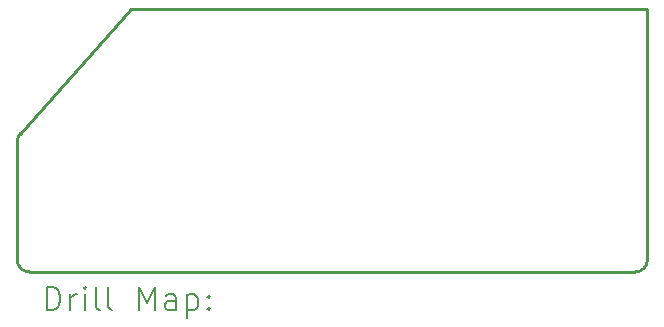
<source format=gbr>
%TF.GenerationSoftware,KiCad,Pcbnew,7.0.9*%
%TF.CreationDate,2024-04-07T02:28:51-04:00*%
%TF.ProjectId,rearbox_peripheral_io_top,72656172-626f-4785-9f70-657269706865,rev?*%
%TF.SameCoordinates,Original*%
%TF.FileFunction,Drillmap*%
%TF.FilePolarity,Positive*%
%FSLAX45Y45*%
G04 Gerber Fmt 4.5, Leading zero omitted, Abs format (unit mm)*
G04 Created by KiCad (PCBNEW 7.0.9) date 2024-04-07 02:28:51*
%MOMM*%
%LPD*%
G01*
G04 APERTURE LIST*
%ADD10C,0.250000*%
%ADD11C,0.200000*%
G04 APERTURE END LIST*
D10*
X12928600Y-7367600D02*
X12928600Y-5245100D01*
X12828600Y-7467600D02*
G75*
G03*
X12928600Y-7367600I0J100000D01*
G01*
X8559800Y-5245100D02*
X7620271Y-6296077D01*
X7594600Y-7367600D02*
G75*
G03*
X7694600Y-7467600I100000J0D01*
G01*
X12578600Y-7467600D02*
X7694600Y-7467600D01*
X12928600Y-5245100D02*
X8559800Y-5245100D01*
X7620269Y-6296075D02*
G75*
G03*
X7594600Y-6362974I74331J-66895D01*
G01*
X12828600Y-7467600D02*
X12578600Y-7467600D01*
X7594600Y-7367600D02*
X7594600Y-6362974D01*
D11*
X7842877Y-7791584D02*
X7842877Y-7591584D01*
X7842877Y-7591584D02*
X7890496Y-7591584D01*
X7890496Y-7591584D02*
X7919067Y-7601108D01*
X7919067Y-7601108D02*
X7938115Y-7620155D01*
X7938115Y-7620155D02*
X7947639Y-7639203D01*
X7947639Y-7639203D02*
X7957162Y-7677298D01*
X7957162Y-7677298D02*
X7957162Y-7705869D01*
X7957162Y-7705869D02*
X7947639Y-7743965D01*
X7947639Y-7743965D02*
X7938115Y-7763012D01*
X7938115Y-7763012D02*
X7919067Y-7782060D01*
X7919067Y-7782060D02*
X7890496Y-7791584D01*
X7890496Y-7791584D02*
X7842877Y-7791584D01*
X8042877Y-7791584D02*
X8042877Y-7658250D01*
X8042877Y-7696346D02*
X8052401Y-7677298D01*
X8052401Y-7677298D02*
X8061924Y-7667774D01*
X8061924Y-7667774D02*
X8080972Y-7658250D01*
X8080972Y-7658250D02*
X8100020Y-7658250D01*
X8166686Y-7791584D02*
X8166686Y-7658250D01*
X8166686Y-7591584D02*
X8157162Y-7601108D01*
X8157162Y-7601108D02*
X8166686Y-7610631D01*
X8166686Y-7610631D02*
X8176210Y-7601108D01*
X8176210Y-7601108D02*
X8166686Y-7591584D01*
X8166686Y-7591584D02*
X8166686Y-7610631D01*
X8290496Y-7791584D02*
X8271448Y-7782060D01*
X8271448Y-7782060D02*
X8261924Y-7763012D01*
X8261924Y-7763012D02*
X8261924Y-7591584D01*
X8395258Y-7791584D02*
X8376210Y-7782060D01*
X8376210Y-7782060D02*
X8366686Y-7763012D01*
X8366686Y-7763012D02*
X8366686Y-7591584D01*
X8623829Y-7791584D02*
X8623829Y-7591584D01*
X8623829Y-7591584D02*
X8690496Y-7734441D01*
X8690496Y-7734441D02*
X8757163Y-7591584D01*
X8757163Y-7591584D02*
X8757163Y-7791584D01*
X8938115Y-7791584D02*
X8938115Y-7686822D01*
X8938115Y-7686822D02*
X8928591Y-7667774D01*
X8928591Y-7667774D02*
X8909544Y-7658250D01*
X8909544Y-7658250D02*
X8871448Y-7658250D01*
X8871448Y-7658250D02*
X8852401Y-7667774D01*
X8938115Y-7782060D02*
X8919067Y-7791584D01*
X8919067Y-7791584D02*
X8871448Y-7791584D01*
X8871448Y-7791584D02*
X8852401Y-7782060D01*
X8852401Y-7782060D02*
X8842877Y-7763012D01*
X8842877Y-7763012D02*
X8842877Y-7743965D01*
X8842877Y-7743965D02*
X8852401Y-7724917D01*
X8852401Y-7724917D02*
X8871448Y-7715393D01*
X8871448Y-7715393D02*
X8919067Y-7715393D01*
X8919067Y-7715393D02*
X8938115Y-7705869D01*
X9033353Y-7658250D02*
X9033353Y-7858250D01*
X9033353Y-7667774D02*
X9052401Y-7658250D01*
X9052401Y-7658250D02*
X9090496Y-7658250D01*
X9090496Y-7658250D02*
X9109544Y-7667774D01*
X9109544Y-7667774D02*
X9119067Y-7677298D01*
X9119067Y-7677298D02*
X9128591Y-7696346D01*
X9128591Y-7696346D02*
X9128591Y-7753488D01*
X9128591Y-7753488D02*
X9119067Y-7772536D01*
X9119067Y-7772536D02*
X9109544Y-7782060D01*
X9109544Y-7782060D02*
X9090496Y-7791584D01*
X9090496Y-7791584D02*
X9052401Y-7791584D01*
X9052401Y-7791584D02*
X9033353Y-7782060D01*
X9214305Y-7772536D02*
X9223829Y-7782060D01*
X9223829Y-7782060D02*
X9214305Y-7791584D01*
X9214305Y-7791584D02*
X9204782Y-7782060D01*
X9204782Y-7782060D02*
X9214305Y-7772536D01*
X9214305Y-7772536D02*
X9214305Y-7791584D01*
X9214305Y-7667774D02*
X9223829Y-7677298D01*
X9223829Y-7677298D02*
X9214305Y-7686822D01*
X9214305Y-7686822D02*
X9204782Y-7677298D01*
X9204782Y-7677298D02*
X9214305Y-7667774D01*
X9214305Y-7667774D02*
X9214305Y-7686822D01*
M02*

</source>
